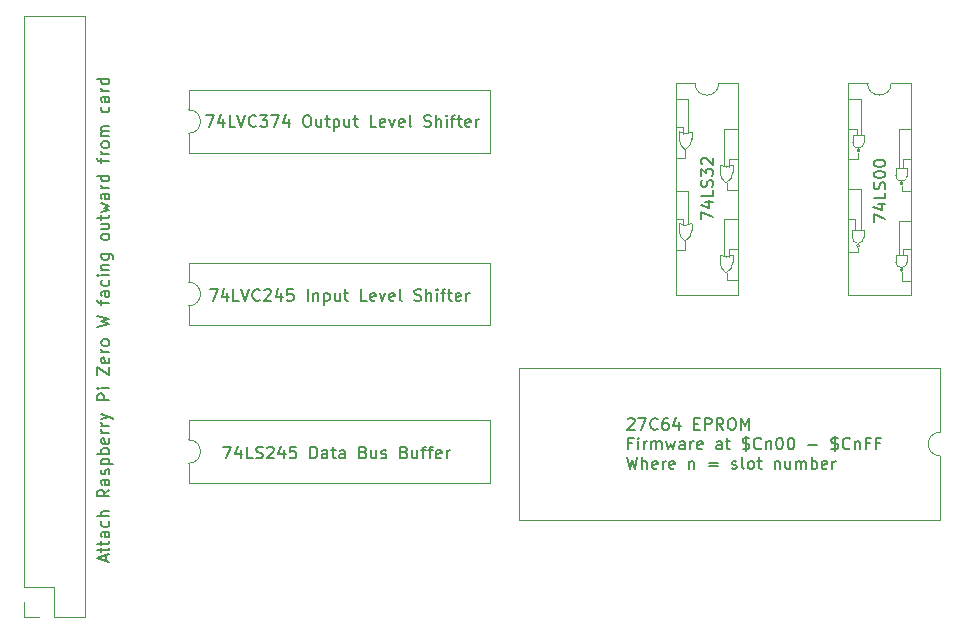
<source format=gbr>
G04 #@! TF.GenerationSoftware,KiCad,Pcbnew,(5.0.2)-1*
G04 #@! TF.CreationDate,2020-12-13T00:41:06-05:00*
G04 #@! TF.ProjectId,Apple2IORPi,4170706c-6532-4494-9f52-50692e6b6963,0.1*
G04 #@! TF.SameCoordinates,Original*
G04 #@! TF.FileFunction,Legend,Top*
G04 #@! TF.FilePolarity,Positive*
%FSLAX46Y46*%
G04 Gerber Fmt 4.6, Leading zero omitted, Abs format (unit mm)*
G04 Created by KiCad (PCBNEW (5.0.2)-1) date 2020-12-13 00:41:06*
%MOMM*%
%LPD*%
G01*
G04 APERTURE LIST*
%ADD10C,0.150000*%
%ADD11C,0.120000*%
G04 APERTURE END LIST*
D10*
X124596380Y-67397380D02*
X125263047Y-67397380D01*
X124834476Y-68397380D01*
X126072571Y-67730714D02*
X126072571Y-68397380D01*
X125834476Y-67349761D02*
X125596380Y-68064047D01*
X126215428Y-68064047D01*
X127072571Y-68397380D02*
X126596380Y-68397380D01*
X126596380Y-67397380D01*
X127263047Y-67397380D02*
X127596380Y-68397380D01*
X127929714Y-67397380D01*
X128834476Y-68302142D02*
X128786857Y-68349761D01*
X128644000Y-68397380D01*
X128548761Y-68397380D01*
X128405904Y-68349761D01*
X128310666Y-68254523D01*
X128263047Y-68159285D01*
X128215428Y-67968809D01*
X128215428Y-67825952D01*
X128263047Y-67635476D01*
X128310666Y-67540238D01*
X128405904Y-67445000D01*
X128548761Y-67397380D01*
X128644000Y-67397380D01*
X128786857Y-67445000D01*
X128834476Y-67492619D01*
X129167809Y-67397380D02*
X129786857Y-67397380D01*
X129453523Y-67778333D01*
X129596380Y-67778333D01*
X129691619Y-67825952D01*
X129739238Y-67873571D01*
X129786857Y-67968809D01*
X129786857Y-68206904D01*
X129739238Y-68302142D01*
X129691619Y-68349761D01*
X129596380Y-68397380D01*
X129310666Y-68397380D01*
X129215428Y-68349761D01*
X129167809Y-68302142D01*
X130120190Y-67397380D02*
X130786857Y-67397380D01*
X130358285Y-68397380D01*
X131596380Y-67730714D02*
X131596380Y-68397380D01*
X131358285Y-67349761D02*
X131120190Y-68064047D01*
X131739238Y-68064047D01*
X133072571Y-67397380D02*
X133263047Y-67397380D01*
X133358285Y-67445000D01*
X133453523Y-67540238D01*
X133501142Y-67730714D01*
X133501142Y-68064047D01*
X133453523Y-68254523D01*
X133358285Y-68349761D01*
X133263047Y-68397380D01*
X133072571Y-68397380D01*
X132977333Y-68349761D01*
X132882095Y-68254523D01*
X132834476Y-68064047D01*
X132834476Y-67730714D01*
X132882095Y-67540238D01*
X132977333Y-67445000D01*
X133072571Y-67397380D01*
X134358285Y-67730714D02*
X134358285Y-68397380D01*
X133929714Y-67730714D02*
X133929714Y-68254523D01*
X133977333Y-68349761D01*
X134072571Y-68397380D01*
X134215428Y-68397380D01*
X134310666Y-68349761D01*
X134358285Y-68302142D01*
X134691619Y-67730714D02*
X135072571Y-67730714D01*
X134834476Y-67397380D02*
X134834476Y-68254523D01*
X134882095Y-68349761D01*
X134977333Y-68397380D01*
X135072571Y-68397380D01*
X135405904Y-67730714D02*
X135405904Y-68730714D01*
X135405904Y-67778333D02*
X135501142Y-67730714D01*
X135691619Y-67730714D01*
X135786857Y-67778333D01*
X135834476Y-67825952D01*
X135882095Y-67921190D01*
X135882095Y-68206904D01*
X135834476Y-68302142D01*
X135786857Y-68349761D01*
X135691619Y-68397380D01*
X135501142Y-68397380D01*
X135405904Y-68349761D01*
X136739238Y-67730714D02*
X136739238Y-68397380D01*
X136310666Y-67730714D02*
X136310666Y-68254523D01*
X136358285Y-68349761D01*
X136453523Y-68397380D01*
X136596380Y-68397380D01*
X136691619Y-68349761D01*
X136739238Y-68302142D01*
X137072571Y-67730714D02*
X137453523Y-67730714D01*
X137215428Y-67397380D02*
X137215428Y-68254523D01*
X137263047Y-68349761D01*
X137358285Y-68397380D01*
X137453523Y-68397380D01*
X139024952Y-68397380D02*
X138548761Y-68397380D01*
X138548761Y-67397380D01*
X139739238Y-68349761D02*
X139644000Y-68397380D01*
X139453523Y-68397380D01*
X139358285Y-68349761D01*
X139310666Y-68254523D01*
X139310666Y-67873571D01*
X139358285Y-67778333D01*
X139453523Y-67730714D01*
X139644000Y-67730714D01*
X139739238Y-67778333D01*
X139786857Y-67873571D01*
X139786857Y-67968809D01*
X139310666Y-68064047D01*
X140120190Y-67730714D02*
X140358285Y-68397380D01*
X140596380Y-67730714D01*
X141358285Y-68349761D02*
X141263047Y-68397380D01*
X141072571Y-68397380D01*
X140977333Y-68349761D01*
X140929714Y-68254523D01*
X140929714Y-67873571D01*
X140977333Y-67778333D01*
X141072571Y-67730714D01*
X141263047Y-67730714D01*
X141358285Y-67778333D01*
X141405904Y-67873571D01*
X141405904Y-67968809D01*
X140929714Y-68064047D01*
X141977333Y-68397380D02*
X141882095Y-68349761D01*
X141834476Y-68254523D01*
X141834476Y-67397380D01*
X143072571Y-68349761D02*
X143215428Y-68397380D01*
X143453523Y-68397380D01*
X143548761Y-68349761D01*
X143596380Y-68302142D01*
X143644000Y-68206904D01*
X143644000Y-68111666D01*
X143596380Y-68016428D01*
X143548761Y-67968809D01*
X143453523Y-67921190D01*
X143263047Y-67873571D01*
X143167809Y-67825952D01*
X143120190Y-67778333D01*
X143072571Y-67683095D01*
X143072571Y-67587857D01*
X143120190Y-67492619D01*
X143167809Y-67445000D01*
X143263047Y-67397380D01*
X143501142Y-67397380D01*
X143644000Y-67445000D01*
X144072571Y-68397380D02*
X144072571Y-67397380D01*
X144501142Y-68397380D02*
X144501142Y-67873571D01*
X144453523Y-67778333D01*
X144358285Y-67730714D01*
X144215428Y-67730714D01*
X144120190Y-67778333D01*
X144072571Y-67825952D01*
X144977333Y-68397380D02*
X144977333Y-67730714D01*
X144977333Y-67397380D02*
X144929714Y-67445000D01*
X144977333Y-67492619D01*
X145024952Y-67445000D01*
X144977333Y-67397380D01*
X144977333Y-67492619D01*
X145310666Y-67730714D02*
X145691619Y-67730714D01*
X145453523Y-68397380D02*
X145453523Y-67540238D01*
X145501142Y-67445000D01*
X145596380Y-67397380D01*
X145691619Y-67397380D01*
X145882095Y-67730714D02*
X146263047Y-67730714D01*
X146024952Y-67397380D02*
X146024952Y-68254523D01*
X146072571Y-68349761D01*
X146167809Y-68397380D01*
X146263047Y-68397380D01*
X146977333Y-68349761D02*
X146882095Y-68397380D01*
X146691619Y-68397380D01*
X146596380Y-68349761D01*
X146548761Y-68254523D01*
X146548761Y-67873571D01*
X146596380Y-67778333D01*
X146691619Y-67730714D01*
X146882095Y-67730714D01*
X146977333Y-67778333D01*
X147024952Y-67873571D01*
X147024952Y-67968809D01*
X146548761Y-68064047D01*
X147453523Y-68397380D02*
X147453523Y-67730714D01*
X147453523Y-67921190D02*
X147501142Y-67825952D01*
X147548761Y-67778333D01*
X147644000Y-67730714D01*
X147739238Y-67730714D01*
X124913809Y-82129380D02*
X125580476Y-82129380D01*
X125151904Y-83129380D01*
X126389999Y-82462714D02*
X126389999Y-83129380D01*
X126151904Y-82081761D02*
X125913809Y-82796047D01*
X126532857Y-82796047D01*
X127389999Y-83129380D02*
X126913809Y-83129380D01*
X126913809Y-82129380D01*
X127580476Y-82129380D02*
X127913809Y-83129380D01*
X128247142Y-82129380D01*
X129151904Y-83034142D02*
X129104285Y-83081761D01*
X128961428Y-83129380D01*
X128866190Y-83129380D01*
X128723333Y-83081761D01*
X128628095Y-82986523D01*
X128580476Y-82891285D01*
X128532857Y-82700809D01*
X128532857Y-82557952D01*
X128580476Y-82367476D01*
X128628095Y-82272238D01*
X128723333Y-82177000D01*
X128866190Y-82129380D01*
X128961428Y-82129380D01*
X129104285Y-82177000D01*
X129151904Y-82224619D01*
X129532857Y-82224619D02*
X129580476Y-82177000D01*
X129675714Y-82129380D01*
X129913809Y-82129380D01*
X130009047Y-82177000D01*
X130056666Y-82224619D01*
X130104285Y-82319857D01*
X130104285Y-82415095D01*
X130056666Y-82557952D01*
X129485238Y-83129380D01*
X130104285Y-83129380D01*
X130961428Y-82462714D02*
X130961428Y-83129380D01*
X130723333Y-82081761D02*
X130485238Y-82796047D01*
X131104285Y-82796047D01*
X131961428Y-82129380D02*
X131485238Y-82129380D01*
X131437619Y-82605571D01*
X131485238Y-82557952D01*
X131580476Y-82510333D01*
X131818571Y-82510333D01*
X131913809Y-82557952D01*
X131961428Y-82605571D01*
X132009047Y-82700809D01*
X132009047Y-82938904D01*
X131961428Y-83034142D01*
X131913809Y-83081761D01*
X131818571Y-83129380D01*
X131580476Y-83129380D01*
X131485238Y-83081761D01*
X131437619Y-83034142D01*
X133199523Y-83129380D02*
X133199523Y-82129380D01*
X133675714Y-82462714D02*
X133675714Y-83129380D01*
X133675714Y-82557952D02*
X133723333Y-82510333D01*
X133818571Y-82462714D01*
X133961428Y-82462714D01*
X134056666Y-82510333D01*
X134104285Y-82605571D01*
X134104285Y-83129380D01*
X134580476Y-82462714D02*
X134580476Y-83462714D01*
X134580476Y-82510333D02*
X134675714Y-82462714D01*
X134866190Y-82462714D01*
X134961428Y-82510333D01*
X135009047Y-82557952D01*
X135056666Y-82653190D01*
X135056666Y-82938904D01*
X135009047Y-83034142D01*
X134961428Y-83081761D01*
X134866190Y-83129380D01*
X134675714Y-83129380D01*
X134580476Y-83081761D01*
X135913809Y-82462714D02*
X135913809Y-83129380D01*
X135485238Y-82462714D02*
X135485238Y-82986523D01*
X135532857Y-83081761D01*
X135628095Y-83129380D01*
X135770952Y-83129380D01*
X135866190Y-83081761D01*
X135913809Y-83034142D01*
X136247142Y-82462714D02*
X136628095Y-82462714D01*
X136390000Y-82129380D02*
X136390000Y-82986523D01*
X136437619Y-83081761D01*
X136532857Y-83129380D01*
X136628095Y-83129380D01*
X138199523Y-83129380D02*
X137723333Y-83129380D01*
X137723333Y-82129380D01*
X138913809Y-83081761D02*
X138818571Y-83129380D01*
X138628095Y-83129380D01*
X138532857Y-83081761D01*
X138485238Y-82986523D01*
X138485238Y-82605571D01*
X138532857Y-82510333D01*
X138628095Y-82462714D01*
X138818571Y-82462714D01*
X138913809Y-82510333D01*
X138961428Y-82605571D01*
X138961428Y-82700809D01*
X138485238Y-82796047D01*
X139294761Y-82462714D02*
X139532857Y-83129380D01*
X139770952Y-82462714D01*
X140532857Y-83081761D02*
X140437619Y-83129380D01*
X140247142Y-83129380D01*
X140151904Y-83081761D01*
X140104285Y-82986523D01*
X140104285Y-82605571D01*
X140151904Y-82510333D01*
X140247142Y-82462714D01*
X140437619Y-82462714D01*
X140532857Y-82510333D01*
X140580476Y-82605571D01*
X140580476Y-82700809D01*
X140104285Y-82796047D01*
X141151904Y-83129380D02*
X141056666Y-83081761D01*
X141009047Y-82986523D01*
X141009047Y-82129380D01*
X142247142Y-83081761D02*
X142390000Y-83129380D01*
X142628095Y-83129380D01*
X142723333Y-83081761D01*
X142770952Y-83034142D01*
X142818571Y-82938904D01*
X142818571Y-82843666D01*
X142770952Y-82748428D01*
X142723333Y-82700809D01*
X142628095Y-82653190D01*
X142437619Y-82605571D01*
X142342380Y-82557952D01*
X142294761Y-82510333D01*
X142247142Y-82415095D01*
X142247142Y-82319857D01*
X142294761Y-82224619D01*
X142342380Y-82177000D01*
X142437619Y-82129380D01*
X142675714Y-82129380D01*
X142818571Y-82177000D01*
X143247142Y-83129380D02*
X143247142Y-82129380D01*
X143675714Y-83129380D02*
X143675714Y-82605571D01*
X143628095Y-82510333D01*
X143532857Y-82462714D01*
X143390000Y-82462714D01*
X143294761Y-82510333D01*
X143247142Y-82557952D01*
X144151904Y-83129380D02*
X144151904Y-82462714D01*
X144151904Y-82129380D02*
X144104285Y-82177000D01*
X144151904Y-82224619D01*
X144199523Y-82177000D01*
X144151904Y-82129380D01*
X144151904Y-82224619D01*
X144485238Y-82462714D02*
X144866190Y-82462714D01*
X144628095Y-83129380D02*
X144628095Y-82272238D01*
X144675714Y-82177000D01*
X144770952Y-82129380D01*
X144866190Y-82129380D01*
X145056666Y-82462714D02*
X145437619Y-82462714D01*
X145199523Y-82129380D02*
X145199523Y-82986523D01*
X145247142Y-83081761D01*
X145342380Y-83129380D01*
X145437619Y-83129380D01*
X146151904Y-83081761D02*
X146056666Y-83129380D01*
X145866190Y-83129380D01*
X145770952Y-83081761D01*
X145723333Y-82986523D01*
X145723333Y-82605571D01*
X145770952Y-82510333D01*
X145866190Y-82462714D01*
X146056666Y-82462714D01*
X146151904Y-82510333D01*
X146199523Y-82605571D01*
X146199523Y-82700809D01*
X145723333Y-82796047D01*
X146628095Y-83129380D02*
X146628095Y-82462714D01*
X146628095Y-82653190D02*
X146675714Y-82557952D01*
X146723333Y-82510333D01*
X146818571Y-82462714D01*
X146913809Y-82462714D01*
X126064571Y-95464380D02*
X126731238Y-95464380D01*
X126302666Y-96464380D01*
X127540761Y-95797714D02*
X127540761Y-96464380D01*
X127302666Y-95416761D02*
X127064571Y-96131047D01*
X127683619Y-96131047D01*
X128540761Y-96464380D02*
X128064571Y-96464380D01*
X128064571Y-95464380D01*
X128826476Y-96416761D02*
X128969333Y-96464380D01*
X129207428Y-96464380D01*
X129302666Y-96416761D01*
X129350285Y-96369142D01*
X129397904Y-96273904D01*
X129397904Y-96178666D01*
X129350285Y-96083428D01*
X129302666Y-96035809D01*
X129207428Y-95988190D01*
X129016952Y-95940571D01*
X128921714Y-95892952D01*
X128874095Y-95845333D01*
X128826476Y-95750095D01*
X128826476Y-95654857D01*
X128874095Y-95559619D01*
X128921714Y-95512000D01*
X129016952Y-95464380D01*
X129255047Y-95464380D01*
X129397904Y-95512000D01*
X129778857Y-95559619D02*
X129826476Y-95512000D01*
X129921714Y-95464380D01*
X130159809Y-95464380D01*
X130255047Y-95512000D01*
X130302666Y-95559619D01*
X130350285Y-95654857D01*
X130350285Y-95750095D01*
X130302666Y-95892952D01*
X129731238Y-96464380D01*
X130350285Y-96464380D01*
X131207428Y-95797714D02*
X131207428Y-96464380D01*
X130969333Y-95416761D02*
X130731238Y-96131047D01*
X131350285Y-96131047D01*
X132207428Y-95464380D02*
X131731238Y-95464380D01*
X131683619Y-95940571D01*
X131731238Y-95892952D01*
X131826476Y-95845333D01*
X132064571Y-95845333D01*
X132159809Y-95892952D01*
X132207428Y-95940571D01*
X132255047Y-96035809D01*
X132255047Y-96273904D01*
X132207428Y-96369142D01*
X132159809Y-96416761D01*
X132064571Y-96464380D01*
X131826476Y-96464380D01*
X131731238Y-96416761D01*
X131683619Y-96369142D01*
X133445523Y-96464380D02*
X133445523Y-95464380D01*
X133683619Y-95464380D01*
X133826476Y-95512000D01*
X133921714Y-95607238D01*
X133969333Y-95702476D01*
X134016952Y-95892952D01*
X134016952Y-96035809D01*
X133969333Y-96226285D01*
X133921714Y-96321523D01*
X133826476Y-96416761D01*
X133683619Y-96464380D01*
X133445523Y-96464380D01*
X134874095Y-96464380D02*
X134874095Y-95940571D01*
X134826476Y-95845333D01*
X134731238Y-95797714D01*
X134540761Y-95797714D01*
X134445523Y-95845333D01*
X134874095Y-96416761D02*
X134778857Y-96464380D01*
X134540761Y-96464380D01*
X134445523Y-96416761D01*
X134397904Y-96321523D01*
X134397904Y-96226285D01*
X134445523Y-96131047D01*
X134540761Y-96083428D01*
X134778857Y-96083428D01*
X134874095Y-96035809D01*
X135207428Y-95797714D02*
X135588380Y-95797714D01*
X135350285Y-95464380D02*
X135350285Y-96321523D01*
X135397904Y-96416761D01*
X135493142Y-96464380D01*
X135588380Y-96464380D01*
X136350285Y-96464380D02*
X136350285Y-95940571D01*
X136302666Y-95845333D01*
X136207428Y-95797714D01*
X136016952Y-95797714D01*
X135921714Y-95845333D01*
X136350285Y-96416761D02*
X136255047Y-96464380D01*
X136016952Y-96464380D01*
X135921714Y-96416761D01*
X135874095Y-96321523D01*
X135874095Y-96226285D01*
X135921714Y-96131047D01*
X136016952Y-96083428D01*
X136255047Y-96083428D01*
X136350285Y-96035809D01*
X137921714Y-95940571D02*
X138064571Y-95988190D01*
X138112190Y-96035809D01*
X138159809Y-96131047D01*
X138159809Y-96273904D01*
X138112190Y-96369142D01*
X138064571Y-96416761D01*
X137969333Y-96464380D01*
X137588380Y-96464380D01*
X137588380Y-95464380D01*
X137921714Y-95464380D01*
X138016952Y-95512000D01*
X138064571Y-95559619D01*
X138112190Y-95654857D01*
X138112190Y-95750095D01*
X138064571Y-95845333D01*
X138016952Y-95892952D01*
X137921714Y-95940571D01*
X137588380Y-95940571D01*
X139016952Y-95797714D02*
X139016952Y-96464380D01*
X138588380Y-95797714D02*
X138588380Y-96321523D01*
X138636000Y-96416761D01*
X138731238Y-96464380D01*
X138874095Y-96464380D01*
X138969333Y-96416761D01*
X139016952Y-96369142D01*
X139445523Y-96416761D02*
X139540761Y-96464380D01*
X139731238Y-96464380D01*
X139826476Y-96416761D01*
X139874095Y-96321523D01*
X139874095Y-96273904D01*
X139826476Y-96178666D01*
X139731238Y-96131047D01*
X139588380Y-96131047D01*
X139493142Y-96083428D01*
X139445523Y-95988190D01*
X139445523Y-95940571D01*
X139493142Y-95845333D01*
X139588380Y-95797714D01*
X139731238Y-95797714D01*
X139826476Y-95845333D01*
X141397904Y-95940571D02*
X141540761Y-95988190D01*
X141588380Y-96035809D01*
X141636000Y-96131047D01*
X141636000Y-96273904D01*
X141588380Y-96369142D01*
X141540761Y-96416761D01*
X141445523Y-96464380D01*
X141064571Y-96464380D01*
X141064571Y-95464380D01*
X141397904Y-95464380D01*
X141493142Y-95512000D01*
X141540761Y-95559619D01*
X141588380Y-95654857D01*
X141588380Y-95750095D01*
X141540761Y-95845333D01*
X141493142Y-95892952D01*
X141397904Y-95940571D01*
X141064571Y-95940571D01*
X142493142Y-95797714D02*
X142493142Y-96464380D01*
X142064571Y-95797714D02*
X142064571Y-96321523D01*
X142112190Y-96416761D01*
X142207428Y-96464380D01*
X142350285Y-96464380D01*
X142445523Y-96416761D01*
X142493142Y-96369142D01*
X142826476Y-95797714D02*
X143207428Y-95797714D01*
X142969333Y-96464380D02*
X142969333Y-95607238D01*
X143016952Y-95512000D01*
X143112190Y-95464380D01*
X143207428Y-95464380D01*
X143397904Y-95797714D02*
X143778857Y-95797714D01*
X143540761Y-96464380D02*
X143540761Y-95607238D01*
X143588380Y-95512000D01*
X143683619Y-95464380D01*
X143778857Y-95464380D01*
X144493142Y-96416761D02*
X144397904Y-96464380D01*
X144207428Y-96464380D01*
X144112190Y-96416761D01*
X144064571Y-96321523D01*
X144064571Y-95940571D01*
X144112190Y-95845333D01*
X144207428Y-95797714D01*
X144397904Y-95797714D01*
X144493142Y-95845333D01*
X144540761Y-95940571D01*
X144540761Y-96035809D01*
X144064571Y-96131047D01*
X144969333Y-96464380D02*
X144969333Y-95797714D01*
X144969333Y-95988190D02*
X145016952Y-95892952D01*
X145064571Y-95845333D01*
X145159809Y-95797714D01*
X145255047Y-95797714D01*
X116117666Y-105161380D02*
X116117666Y-104685190D01*
X116403380Y-105256619D02*
X115403380Y-104923285D01*
X116403380Y-104589952D01*
X115736714Y-104399476D02*
X115736714Y-104018523D01*
X115403380Y-104256619D02*
X116260523Y-104256619D01*
X116355761Y-104209000D01*
X116403380Y-104113761D01*
X116403380Y-104018523D01*
X115736714Y-103828047D02*
X115736714Y-103447095D01*
X115403380Y-103685190D02*
X116260523Y-103685190D01*
X116355761Y-103637571D01*
X116403380Y-103542333D01*
X116403380Y-103447095D01*
X116403380Y-102685190D02*
X115879571Y-102685190D01*
X115784333Y-102732809D01*
X115736714Y-102828047D01*
X115736714Y-103018523D01*
X115784333Y-103113761D01*
X116355761Y-102685190D02*
X116403380Y-102780428D01*
X116403380Y-103018523D01*
X116355761Y-103113761D01*
X116260523Y-103161380D01*
X116165285Y-103161380D01*
X116070047Y-103113761D01*
X116022428Y-103018523D01*
X116022428Y-102780428D01*
X115974809Y-102685190D01*
X116355761Y-101780428D02*
X116403380Y-101875666D01*
X116403380Y-102066142D01*
X116355761Y-102161380D01*
X116308142Y-102209000D01*
X116212904Y-102256619D01*
X115927190Y-102256619D01*
X115831952Y-102209000D01*
X115784333Y-102161380D01*
X115736714Y-102066142D01*
X115736714Y-101875666D01*
X115784333Y-101780428D01*
X116403380Y-101351857D02*
X115403380Y-101351857D01*
X116403380Y-100923285D02*
X115879571Y-100923285D01*
X115784333Y-100970904D01*
X115736714Y-101066142D01*
X115736714Y-101209000D01*
X115784333Y-101304238D01*
X115831952Y-101351857D01*
X116403380Y-99113761D02*
X115927190Y-99447095D01*
X116403380Y-99685190D02*
X115403380Y-99685190D01*
X115403380Y-99304238D01*
X115451000Y-99209000D01*
X115498619Y-99161380D01*
X115593857Y-99113761D01*
X115736714Y-99113761D01*
X115831952Y-99161380D01*
X115879571Y-99209000D01*
X115927190Y-99304238D01*
X115927190Y-99685190D01*
X116403380Y-98256619D02*
X115879571Y-98256619D01*
X115784333Y-98304238D01*
X115736714Y-98399476D01*
X115736714Y-98589952D01*
X115784333Y-98685190D01*
X116355761Y-98256619D02*
X116403380Y-98351857D01*
X116403380Y-98589952D01*
X116355761Y-98685190D01*
X116260523Y-98732809D01*
X116165285Y-98732809D01*
X116070047Y-98685190D01*
X116022428Y-98589952D01*
X116022428Y-98351857D01*
X115974809Y-98256619D01*
X116355761Y-97828047D02*
X116403380Y-97732809D01*
X116403380Y-97542333D01*
X116355761Y-97447095D01*
X116260523Y-97399476D01*
X116212904Y-97399476D01*
X116117666Y-97447095D01*
X116070047Y-97542333D01*
X116070047Y-97685190D01*
X116022428Y-97780428D01*
X115927190Y-97828047D01*
X115879571Y-97828047D01*
X115784333Y-97780428D01*
X115736714Y-97685190D01*
X115736714Y-97542333D01*
X115784333Y-97447095D01*
X115736714Y-96970904D02*
X116736714Y-96970904D01*
X115784333Y-96970904D02*
X115736714Y-96875666D01*
X115736714Y-96685190D01*
X115784333Y-96589952D01*
X115831952Y-96542333D01*
X115927190Y-96494714D01*
X116212904Y-96494714D01*
X116308142Y-96542333D01*
X116355761Y-96589952D01*
X116403380Y-96685190D01*
X116403380Y-96875666D01*
X116355761Y-96970904D01*
X116403380Y-96066142D02*
X115403380Y-96066142D01*
X115784333Y-96066142D02*
X115736714Y-95970904D01*
X115736714Y-95780428D01*
X115784333Y-95685190D01*
X115831952Y-95637571D01*
X115927190Y-95589952D01*
X116212904Y-95589952D01*
X116308142Y-95637571D01*
X116355761Y-95685190D01*
X116403380Y-95780428D01*
X116403380Y-95970904D01*
X116355761Y-96066142D01*
X116355761Y-94780428D02*
X116403380Y-94875666D01*
X116403380Y-95066142D01*
X116355761Y-95161380D01*
X116260523Y-95209000D01*
X115879571Y-95209000D01*
X115784333Y-95161380D01*
X115736714Y-95066142D01*
X115736714Y-94875666D01*
X115784333Y-94780428D01*
X115879571Y-94732809D01*
X115974809Y-94732809D01*
X116070047Y-95209000D01*
X116403380Y-94304238D02*
X115736714Y-94304238D01*
X115927190Y-94304238D02*
X115831952Y-94256619D01*
X115784333Y-94209000D01*
X115736714Y-94113761D01*
X115736714Y-94018523D01*
X116403380Y-93685190D02*
X115736714Y-93685190D01*
X115927190Y-93685190D02*
X115831952Y-93637571D01*
X115784333Y-93589952D01*
X115736714Y-93494714D01*
X115736714Y-93399476D01*
X115736714Y-93161380D02*
X116403380Y-92923285D01*
X115736714Y-92685190D02*
X116403380Y-92923285D01*
X116641476Y-93018523D01*
X116689095Y-93066142D01*
X116736714Y-93161380D01*
X116403380Y-91542333D02*
X115403380Y-91542333D01*
X115403380Y-91161380D01*
X115451000Y-91066142D01*
X115498619Y-91018523D01*
X115593857Y-90970904D01*
X115736714Y-90970904D01*
X115831952Y-91018523D01*
X115879571Y-91066142D01*
X115927190Y-91161380D01*
X115927190Y-91542333D01*
X116403380Y-90542333D02*
X115736714Y-90542333D01*
X115403380Y-90542333D02*
X115451000Y-90589952D01*
X115498619Y-90542333D01*
X115451000Y-90494714D01*
X115403380Y-90542333D01*
X115498619Y-90542333D01*
X115403380Y-89399476D02*
X115403380Y-88732809D01*
X116403380Y-89399476D01*
X116403380Y-88732809D01*
X116355761Y-87970904D02*
X116403380Y-88066142D01*
X116403380Y-88256619D01*
X116355761Y-88351857D01*
X116260523Y-88399476D01*
X115879571Y-88399476D01*
X115784333Y-88351857D01*
X115736714Y-88256619D01*
X115736714Y-88066142D01*
X115784333Y-87970904D01*
X115879571Y-87923285D01*
X115974809Y-87923285D01*
X116070047Y-88399476D01*
X116403380Y-87494714D02*
X115736714Y-87494714D01*
X115927190Y-87494714D02*
X115831952Y-87447095D01*
X115784333Y-87399476D01*
X115736714Y-87304238D01*
X115736714Y-87209000D01*
X116403380Y-86732809D02*
X116355761Y-86828047D01*
X116308142Y-86875666D01*
X116212904Y-86923285D01*
X115927190Y-86923285D01*
X115831952Y-86875666D01*
X115784333Y-86828047D01*
X115736714Y-86732809D01*
X115736714Y-86589952D01*
X115784333Y-86494714D01*
X115831952Y-86447095D01*
X115927190Y-86399476D01*
X116212904Y-86399476D01*
X116308142Y-86447095D01*
X116355761Y-86494714D01*
X116403380Y-86589952D01*
X116403380Y-86732809D01*
X115403380Y-85304238D02*
X116403380Y-85066142D01*
X115689095Y-84875666D01*
X116403380Y-84685190D01*
X115403380Y-84447095D01*
X115736714Y-83447095D02*
X115736714Y-83066142D01*
X116403380Y-83304238D02*
X115546238Y-83304238D01*
X115451000Y-83256619D01*
X115403380Y-83161380D01*
X115403380Y-83066142D01*
X116403380Y-82304238D02*
X115879571Y-82304238D01*
X115784333Y-82351857D01*
X115736714Y-82447095D01*
X115736714Y-82637571D01*
X115784333Y-82732809D01*
X116355761Y-82304238D02*
X116403380Y-82399476D01*
X116403380Y-82637571D01*
X116355761Y-82732809D01*
X116260523Y-82780428D01*
X116165285Y-82780428D01*
X116070047Y-82732809D01*
X116022428Y-82637571D01*
X116022428Y-82399476D01*
X115974809Y-82304238D01*
X116355761Y-81399476D02*
X116403380Y-81494714D01*
X116403380Y-81685190D01*
X116355761Y-81780428D01*
X116308142Y-81828047D01*
X116212904Y-81875666D01*
X115927190Y-81875666D01*
X115831952Y-81828047D01*
X115784333Y-81780428D01*
X115736714Y-81685190D01*
X115736714Y-81494714D01*
X115784333Y-81399476D01*
X116403380Y-80970904D02*
X115736714Y-80970904D01*
X115403380Y-80970904D02*
X115451000Y-81018523D01*
X115498619Y-80970904D01*
X115451000Y-80923285D01*
X115403380Y-80970904D01*
X115498619Y-80970904D01*
X115736714Y-80494714D02*
X116403380Y-80494714D01*
X115831952Y-80494714D02*
X115784333Y-80447095D01*
X115736714Y-80351857D01*
X115736714Y-80209000D01*
X115784333Y-80113761D01*
X115879571Y-80066142D01*
X116403380Y-80066142D01*
X115736714Y-79161380D02*
X116546238Y-79161380D01*
X116641476Y-79209000D01*
X116689095Y-79256619D01*
X116736714Y-79351857D01*
X116736714Y-79494714D01*
X116689095Y-79589952D01*
X116355761Y-79161380D02*
X116403380Y-79256619D01*
X116403380Y-79447095D01*
X116355761Y-79542333D01*
X116308142Y-79589952D01*
X116212904Y-79637571D01*
X115927190Y-79637571D01*
X115831952Y-79589952D01*
X115784333Y-79542333D01*
X115736714Y-79447095D01*
X115736714Y-79256619D01*
X115784333Y-79161380D01*
X116403380Y-77780428D02*
X116355761Y-77875666D01*
X116308142Y-77923285D01*
X116212904Y-77970904D01*
X115927190Y-77970904D01*
X115831952Y-77923285D01*
X115784333Y-77875666D01*
X115736714Y-77780428D01*
X115736714Y-77637571D01*
X115784333Y-77542333D01*
X115831952Y-77494714D01*
X115927190Y-77447095D01*
X116212904Y-77447095D01*
X116308142Y-77494714D01*
X116355761Y-77542333D01*
X116403380Y-77637571D01*
X116403380Y-77780428D01*
X115736714Y-76589952D02*
X116403380Y-76589952D01*
X115736714Y-77018523D02*
X116260523Y-77018523D01*
X116355761Y-76970904D01*
X116403380Y-76875666D01*
X116403380Y-76732809D01*
X116355761Y-76637571D01*
X116308142Y-76589952D01*
X115736714Y-76256619D02*
X115736714Y-75875666D01*
X115403380Y-76113761D02*
X116260523Y-76113761D01*
X116355761Y-76066142D01*
X116403380Y-75970904D01*
X116403380Y-75875666D01*
X115736714Y-75637571D02*
X116403380Y-75447095D01*
X115927190Y-75256619D01*
X116403380Y-75066142D01*
X115736714Y-74875666D01*
X116403380Y-74066142D02*
X115879571Y-74066142D01*
X115784333Y-74113761D01*
X115736714Y-74209000D01*
X115736714Y-74399476D01*
X115784333Y-74494714D01*
X116355761Y-74066142D02*
X116403380Y-74161380D01*
X116403380Y-74399476D01*
X116355761Y-74494714D01*
X116260523Y-74542333D01*
X116165285Y-74542333D01*
X116070047Y-74494714D01*
X116022428Y-74399476D01*
X116022428Y-74161380D01*
X115974809Y-74066142D01*
X116403380Y-73589952D02*
X115736714Y-73589952D01*
X115927190Y-73589952D02*
X115831952Y-73542333D01*
X115784333Y-73494714D01*
X115736714Y-73399476D01*
X115736714Y-73304238D01*
X116403380Y-72542333D02*
X115403380Y-72542333D01*
X116355761Y-72542333D02*
X116403380Y-72637571D01*
X116403380Y-72828047D01*
X116355761Y-72923285D01*
X116308142Y-72970904D01*
X116212904Y-73018523D01*
X115927190Y-73018523D01*
X115831952Y-72970904D01*
X115784333Y-72923285D01*
X115736714Y-72828047D01*
X115736714Y-72637571D01*
X115784333Y-72542333D01*
X115736714Y-71447095D02*
X115736714Y-71066142D01*
X116403380Y-71304238D02*
X115546238Y-71304238D01*
X115451000Y-71256619D01*
X115403380Y-71161380D01*
X115403380Y-71066142D01*
X116403380Y-70732809D02*
X115736714Y-70732809D01*
X115927190Y-70732809D02*
X115831952Y-70685190D01*
X115784333Y-70637571D01*
X115736714Y-70542333D01*
X115736714Y-70447095D01*
X116403380Y-69970904D02*
X116355761Y-70066142D01*
X116308142Y-70113761D01*
X116212904Y-70161380D01*
X115927190Y-70161380D01*
X115831952Y-70113761D01*
X115784333Y-70066142D01*
X115736714Y-69970904D01*
X115736714Y-69828047D01*
X115784333Y-69732809D01*
X115831952Y-69685190D01*
X115927190Y-69637571D01*
X116212904Y-69637571D01*
X116308142Y-69685190D01*
X116355761Y-69732809D01*
X116403380Y-69828047D01*
X116403380Y-69970904D01*
X116403380Y-69209000D02*
X115736714Y-69209000D01*
X115831952Y-69209000D02*
X115784333Y-69161380D01*
X115736714Y-69066142D01*
X115736714Y-68923285D01*
X115784333Y-68828047D01*
X115879571Y-68780428D01*
X116403380Y-68780428D01*
X115879571Y-68780428D02*
X115784333Y-68732809D01*
X115736714Y-68637571D01*
X115736714Y-68494714D01*
X115784333Y-68399476D01*
X115879571Y-68351857D01*
X116403380Y-68351857D01*
X116355761Y-66685190D02*
X116403380Y-66780428D01*
X116403380Y-66970904D01*
X116355761Y-67066142D01*
X116308142Y-67113761D01*
X116212904Y-67161380D01*
X115927190Y-67161380D01*
X115831952Y-67113761D01*
X115784333Y-67066142D01*
X115736714Y-66970904D01*
X115736714Y-66780428D01*
X115784333Y-66685190D01*
X116403380Y-65828047D02*
X115879571Y-65828047D01*
X115784333Y-65875666D01*
X115736714Y-65970904D01*
X115736714Y-66161380D01*
X115784333Y-66256619D01*
X116355761Y-65828047D02*
X116403380Y-65923285D01*
X116403380Y-66161380D01*
X116355761Y-66256619D01*
X116260523Y-66304238D01*
X116165285Y-66304238D01*
X116070047Y-66256619D01*
X116022428Y-66161380D01*
X116022428Y-65923285D01*
X115974809Y-65828047D01*
X116403380Y-65351857D02*
X115736714Y-65351857D01*
X115927190Y-65351857D02*
X115831952Y-65304238D01*
X115784333Y-65256619D01*
X115736714Y-65161380D01*
X115736714Y-65066142D01*
X116403380Y-64304238D02*
X115403380Y-64304238D01*
X116355761Y-64304238D02*
X116403380Y-64399476D01*
X116403380Y-64589952D01*
X116355761Y-64685190D01*
X116308142Y-64732809D01*
X116212904Y-64780428D01*
X115927190Y-64780428D01*
X115831952Y-64732809D01*
X115784333Y-64685190D01*
X115736714Y-64589952D01*
X115736714Y-64399476D01*
X115784333Y-64304238D01*
X160307976Y-93147619D02*
X160355595Y-93100000D01*
X160450833Y-93052380D01*
X160688928Y-93052380D01*
X160784166Y-93100000D01*
X160831785Y-93147619D01*
X160879404Y-93242857D01*
X160879404Y-93338095D01*
X160831785Y-93480952D01*
X160260357Y-94052380D01*
X160879404Y-94052380D01*
X161212738Y-93052380D02*
X161879404Y-93052380D01*
X161450833Y-94052380D01*
X162831785Y-93957142D02*
X162784166Y-94004761D01*
X162641309Y-94052380D01*
X162546071Y-94052380D01*
X162403214Y-94004761D01*
X162307976Y-93909523D01*
X162260357Y-93814285D01*
X162212738Y-93623809D01*
X162212738Y-93480952D01*
X162260357Y-93290476D01*
X162307976Y-93195238D01*
X162403214Y-93100000D01*
X162546071Y-93052380D01*
X162641309Y-93052380D01*
X162784166Y-93100000D01*
X162831785Y-93147619D01*
X163688928Y-93052380D02*
X163498452Y-93052380D01*
X163403214Y-93100000D01*
X163355595Y-93147619D01*
X163260357Y-93290476D01*
X163212738Y-93480952D01*
X163212738Y-93861904D01*
X163260357Y-93957142D01*
X163307976Y-94004761D01*
X163403214Y-94052380D01*
X163593690Y-94052380D01*
X163688928Y-94004761D01*
X163736547Y-93957142D01*
X163784166Y-93861904D01*
X163784166Y-93623809D01*
X163736547Y-93528571D01*
X163688928Y-93480952D01*
X163593690Y-93433333D01*
X163403214Y-93433333D01*
X163307976Y-93480952D01*
X163260357Y-93528571D01*
X163212738Y-93623809D01*
X164641309Y-93385714D02*
X164641309Y-94052380D01*
X164403214Y-93004761D02*
X164165119Y-93719047D01*
X164784166Y-93719047D01*
X165927023Y-93528571D02*
X166260357Y-93528571D01*
X166403214Y-94052380D02*
X165927023Y-94052380D01*
X165927023Y-93052380D01*
X166403214Y-93052380D01*
X166831785Y-94052380D02*
X166831785Y-93052380D01*
X167212738Y-93052380D01*
X167307976Y-93100000D01*
X167355595Y-93147619D01*
X167403214Y-93242857D01*
X167403214Y-93385714D01*
X167355595Y-93480952D01*
X167307976Y-93528571D01*
X167212738Y-93576190D01*
X166831785Y-93576190D01*
X168403214Y-94052380D02*
X168069880Y-93576190D01*
X167831785Y-94052380D02*
X167831785Y-93052380D01*
X168212738Y-93052380D01*
X168307976Y-93100000D01*
X168355595Y-93147619D01*
X168403214Y-93242857D01*
X168403214Y-93385714D01*
X168355595Y-93480952D01*
X168307976Y-93528571D01*
X168212738Y-93576190D01*
X167831785Y-93576190D01*
X169022261Y-93052380D02*
X169212738Y-93052380D01*
X169307976Y-93100000D01*
X169403214Y-93195238D01*
X169450833Y-93385714D01*
X169450833Y-93719047D01*
X169403214Y-93909523D01*
X169307976Y-94004761D01*
X169212738Y-94052380D01*
X169022261Y-94052380D01*
X168927023Y-94004761D01*
X168831785Y-93909523D01*
X168784166Y-93719047D01*
X168784166Y-93385714D01*
X168831785Y-93195238D01*
X168927023Y-93100000D01*
X169022261Y-93052380D01*
X169879404Y-94052380D02*
X169879404Y-93052380D01*
X170212738Y-93766666D01*
X170546071Y-93052380D01*
X170546071Y-94052380D01*
X160688928Y-95178571D02*
X160355595Y-95178571D01*
X160355595Y-95702380D02*
X160355595Y-94702380D01*
X160831785Y-94702380D01*
X161212738Y-95702380D02*
X161212738Y-95035714D01*
X161212738Y-94702380D02*
X161165119Y-94750000D01*
X161212738Y-94797619D01*
X161260357Y-94750000D01*
X161212738Y-94702380D01*
X161212738Y-94797619D01*
X161688928Y-95702380D02*
X161688928Y-95035714D01*
X161688928Y-95226190D02*
X161736547Y-95130952D01*
X161784166Y-95083333D01*
X161879404Y-95035714D01*
X161974642Y-95035714D01*
X162307976Y-95702380D02*
X162307976Y-95035714D01*
X162307976Y-95130952D02*
X162355595Y-95083333D01*
X162450833Y-95035714D01*
X162593690Y-95035714D01*
X162688928Y-95083333D01*
X162736547Y-95178571D01*
X162736547Y-95702380D01*
X162736547Y-95178571D02*
X162784166Y-95083333D01*
X162879404Y-95035714D01*
X163022261Y-95035714D01*
X163117500Y-95083333D01*
X163165119Y-95178571D01*
X163165119Y-95702380D01*
X163546071Y-95035714D02*
X163736547Y-95702380D01*
X163927023Y-95226190D01*
X164117500Y-95702380D01*
X164307976Y-95035714D01*
X165117500Y-95702380D02*
X165117500Y-95178571D01*
X165069880Y-95083333D01*
X164974642Y-95035714D01*
X164784166Y-95035714D01*
X164688928Y-95083333D01*
X165117500Y-95654761D02*
X165022261Y-95702380D01*
X164784166Y-95702380D01*
X164688928Y-95654761D01*
X164641309Y-95559523D01*
X164641309Y-95464285D01*
X164688928Y-95369047D01*
X164784166Y-95321428D01*
X165022261Y-95321428D01*
X165117500Y-95273809D01*
X165593690Y-95702380D02*
X165593690Y-95035714D01*
X165593690Y-95226190D02*
X165641309Y-95130952D01*
X165688928Y-95083333D01*
X165784166Y-95035714D01*
X165879404Y-95035714D01*
X166593690Y-95654761D02*
X166498452Y-95702380D01*
X166307976Y-95702380D01*
X166212738Y-95654761D01*
X166165119Y-95559523D01*
X166165119Y-95178571D01*
X166212738Y-95083333D01*
X166307976Y-95035714D01*
X166498452Y-95035714D01*
X166593690Y-95083333D01*
X166641309Y-95178571D01*
X166641309Y-95273809D01*
X166165119Y-95369047D01*
X168260357Y-95702380D02*
X168260357Y-95178571D01*
X168212738Y-95083333D01*
X168117500Y-95035714D01*
X167927023Y-95035714D01*
X167831785Y-95083333D01*
X168260357Y-95654761D02*
X168165119Y-95702380D01*
X167927023Y-95702380D01*
X167831785Y-95654761D01*
X167784166Y-95559523D01*
X167784166Y-95464285D01*
X167831785Y-95369047D01*
X167927023Y-95321428D01*
X168165119Y-95321428D01*
X168260357Y-95273809D01*
X168593690Y-95035714D02*
X168974642Y-95035714D01*
X168736547Y-94702380D02*
X168736547Y-95559523D01*
X168784166Y-95654761D01*
X168879404Y-95702380D01*
X168974642Y-95702380D01*
X170022261Y-95654761D02*
X170165119Y-95702380D01*
X170403214Y-95702380D01*
X170498452Y-95654761D01*
X170546071Y-95607142D01*
X170593690Y-95511904D01*
X170593690Y-95416666D01*
X170546071Y-95321428D01*
X170498452Y-95273809D01*
X170403214Y-95226190D01*
X170212738Y-95178571D01*
X170117500Y-95130952D01*
X170069880Y-95083333D01*
X170022261Y-94988095D01*
X170022261Y-94892857D01*
X170069880Y-94797619D01*
X170117500Y-94750000D01*
X170212738Y-94702380D01*
X170450833Y-94702380D01*
X170593690Y-94750000D01*
X170307976Y-94559523D02*
X170307976Y-95845238D01*
X171593690Y-95607142D02*
X171546071Y-95654761D01*
X171403214Y-95702380D01*
X171307976Y-95702380D01*
X171165119Y-95654761D01*
X171069880Y-95559523D01*
X171022261Y-95464285D01*
X170974642Y-95273809D01*
X170974642Y-95130952D01*
X171022261Y-94940476D01*
X171069880Y-94845238D01*
X171165119Y-94750000D01*
X171307976Y-94702380D01*
X171403214Y-94702380D01*
X171546071Y-94750000D01*
X171593690Y-94797619D01*
X172022261Y-95035714D02*
X172022261Y-95702380D01*
X172022261Y-95130952D02*
X172069880Y-95083333D01*
X172165119Y-95035714D01*
X172307976Y-95035714D01*
X172403214Y-95083333D01*
X172450833Y-95178571D01*
X172450833Y-95702380D01*
X173117500Y-94702380D02*
X173212738Y-94702380D01*
X173307976Y-94750000D01*
X173355595Y-94797619D01*
X173403214Y-94892857D01*
X173450833Y-95083333D01*
X173450833Y-95321428D01*
X173403214Y-95511904D01*
X173355595Y-95607142D01*
X173307976Y-95654761D01*
X173212738Y-95702380D01*
X173117500Y-95702380D01*
X173022261Y-95654761D01*
X172974642Y-95607142D01*
X172927023Y-95511904D01*
X172879404Y-95321428D01*
X172879404Y-95083333D01*
X172927023Y-94892857D01*
X172974642Y-94797619D01*
X173022261Y-94750000D01*
X173117500Y-94702380D01*
X174069880Y-94702380D02*
X174165119Y-94702380D01*
X174260357Y-94750000D01*
X174307976Y-94797619D01*
X174355595Y-94892857D01*
X174403214Y-95083333D01*
X174403214Y-95321428D01*
X174355595Y-95511904D01*
X174307976Y-95607142D01*
X174260357Y-95654761D01*
X174165119Y-95702380D01*
X174069880Y-95702380D01*
X173974642Y-95654761D01*
X173927023Y-95607142D01*
X173879404Y-95511904D01*
X173831785Y-95321428D01*
X173831785Y-95083333D01*
X173879404Y-94892857D01*
X173927023Y-94797619D01*
X173974642Y-94750000D01*
X174069880Y-94702380D01*
X175593690Y-95321428D02*
X176355595Y-95321428D01*
X177546071Y-95654761D02*
X177688928Y-95702380D01*
X177927023Y-95702380D01*
X178022261Y-95654761D01*
X178069880Y-95607142D01*
X178117500Y-95511904D01*
X178117500Y-95416666D01*
X178069880Y-95321428D01*
X178022261Y-95273809D01*
X177927023Y-95226190D01*
X177736547Y-95178571D01*
X177641309Y-95130952D01*
X177593690Y-95083333D01*
X177546071Y-94988095D01*
X177546071Y-94892857D01*
X177593690Y-94797619D01*
X177641309Y-94750000D01*
X177736547Y-94702380D01*
X177974642Y-94702380D01*
X178117500Y-94750000D01*
X177831785Y-94559523D02*
X177831785Y-95845238D01*
X179117500Y-95607142D02*
X179069880Y-95654761D01*
X178927023Y-95702380D01*
X178831785Y-95702380D01*
X178688928Y-95654761D01*
X178593690Y-95559523D01*
X178546071Y-95464285D01*
X178498452Y-95273809D01*
X178498452Y-95130952D01*
X178546071Y-94940476D01*
X178593690Y-94845238D01*
X178688928Y-94750000D01*
X178831785Y-94702380D01*
X178927023Y-94702380D01*
X179069880Y-94750000D01*
X179117500Y-94797619D01*
X179546071Y-95035714D02*
X179546071Y-95702380D01*
X179546071Y-95130952D02*
X179593690Y-95083333D01*
X179688928Y-95035714D01*
X179831785Y-95035714D01*
X179927023Y-95083333D01*
X179974642Y-95178571D01*
X179974642Y-95702380D01*
X180784166Y-95178571D02*
X180450833Y-95178571D01*
X180450833Y-95702380D02*
X180450833Y-94702380D01*
X180927023Y-94702380D01*
X181641309Y-95178571D02*
X181307976Y-95178571D01*
X181307976Y-95702380D02*
X181307976Y-94702380D01*
X181784166Y-94702380D01*
X160260357Y-96352380D02*
X160498452Y-97352380D01*
X160688928Y-96638095D01*
X160879404Y-97352380D01*
X161117500Y-96352380D01*
X161498452Y-97352380D02*
X161498452Y-96352380D01*
X161927023Y-97352380D02*
X161927023Y-96828571D01*
X161879404Y-96733333D01*
X161784166Y-96685714D01*
X161641309Y-96685714D01*
X161546071Y-96733333D01*
X161498452Y-96780952D01*
X162784166Y-97304761D02*
X162688928Y-97352380D01*
X162498452Y-97352380D01*
X162403214Y-97304761D01*
X162355595Y-97209523D01*
X162355595Y-96828571D01*
X162403214Y-96733333D01*
X162498452Y-96685714D01*
X162688928Y-96685714D01*
X162784166Y-96733333D01*
X162831785Y-96828571D01*
X162831785Y-96923809D01*
X162355595Y-97019047D01*
X163260357Y-97352380D02*
X163260357Y-96685714D01*
X163260357Y-96876190D02*
X163307976Y-96780952D01*
X163355595Y-96733333D01*
X163450833Y-96685714D01*
X163546071Y-96685714D01*
X164260357Y-97304761D02*
X164165119Y-97352380D01*
X163974642Y-97352380D01*
X163879404Y-97304761D01*
X163831785Y-97209523D01*
X163831785Y-96828571D01*
X163879404Y-96733333D01*
X163974642Y-96685714D01*
X164165119Y-96685714D01*
X164260357Y-96733333D01*
X164307976Y-96828571D01*
X164307976Y-96923809D01*
X163831785Y-97019047D01*
X165498452Y-96685714D02*
X165498452Y-97352380D01*
X165498452Y-96780952D02*
X165546071Y-96733333D01*
X165641309Y-96685714D01*
X165784166Y-96685714D01*
X165879404Y-96733333D01*
X165927023Y-96828571D01*
X165927023Y-97352380D01*
X167165119Y-96828571D02*
X167927023Y-96828571D01*
X167927023Y-97114285D02*
X167165119Y-97114285D01*
X169117500Y-97304761D02*
X169212738Y-97352380D01*
X169403214Y-97352380D01*
X169498452Y-97304761D01*
X169546071Y-97209523D01*
X169546071Y-97161904D01*
X169498452Y-97066666D01*
X169403214Y-97019047D01*
X169260357Y-97019047D01*
X169165119Y-96971428D01*
X169117500Y-96876190D01*
X169117500Y-96828571D01*
X169165119Y-96733333D01*
X169260357Y-96685714D01*
X169403214Y-96685714D01*
X169498452Y-96733333D01*
X170117500Y-97352380D02*
X170022261Y-97304761D01*
X169974642Y-97209523D01*
X169974642Y-96352380D01*
X170641309Y-97352380D02*
X170546071Y-97304761D01*
X170498452Y-97257142D01*
X170450833Y-97161904D01*
X170450833Y-96876190D01*
X170498452Y-96780952D01*
X170546071Y-96733333D01*
X170641309Y-96685714D01*
X170784166Y-96685714D01*
X170879404Y-96733333D01*
X170927023Y-96780952D01*
X170974642Y-96876190D01*
X170974642Y-97161904D01*
X170927023Y-97257142D01*
X170879404Y-97304761D01*
X170784166Y-97352380D01*
X170641309Y-97352380D01*
X171260357Y-96685714D02*
X171641309Y-96685714D01*
X171403214Y-96352380D02*
X171403214Y-97209523D01*
X171450833Y-97304761D01*
X171546071Y-97352380D01*
X171641309Y-97352380D01*
X172736547Y-96685714D02*
X172736547Y-97352380D01*
X172736547Y-96780952D02*
X172784166Y-96733333D01*
X172879404Y-96685714D01*
X173022261Y-96685714D01*
X173117500Y-96733333D01*
X173165119Y-96828571D01*
X173165119Y-97352380D01*
X174069880Y-96685714D02*
X174069880Y-97352380D01*
X173641309Y-96685714D02*
X173641309Y-97209523D01*
X173688928Y-97304761D01*
X173784166Y-97352380D01*
X173927023Y-97352380D01*
X174022261Y-97304761D01*
X174069880Y-97257142D01*
X174546071Y-97352380D02*
X174546071Y-96685714D01*
X174546071Y-96780952D02*
X174593690Y-96733333D01*
X174688928Y-96685714D01*
X174831785Y-96685714D01*
X174927023Y-96733333D01*
X174974642Y-96828571D01*
X174974642Y-97352380D01*
X174974642Y-96828571D02*
X175022261Y-96733333D01*
X175117500Y-96685714D01*
X175260357Y-96685714D01*
X175355595Y-96733333D01*
X175403214Y-96828571D01*
X175403214Y-97352380D01*
X175879404Y-97352380D02*
X175879404Y-96352380D01*
X175879404Y-96733333D02*
X175974642Y-96685714D01*
X176165119Y-96685714D01*
X176260357Y-96733333D01*
X176307976Y-96780952D01*
X176355595Y-96876190D01*
X176355595Y-97161904D01*
X176307976Y-97257142D01*
X176260357Y-97304761D01*
X176165119Y-97352380D01*
X175974642Y-97352380D01*
X175879404Y-97304761D01*
X177165119Y-97304761D02*
X177069880Y-97352380D01*
X176879404Y-97352380D01*
X176784166Y-97304761D01*
X176736547Y-97209523D01*
X176736547Y-96828571D01*
X176784166Y-96733333D01*
X176879404Y-96685714D01*
X177069880Y-96685714D01*
X177165119Y-96733333D01*
X177212738Y-96828571D01*
X177212738Y-96923809D01*
X176736547Y-97019047D01*
X177641309Y-97352380D02*
X177641309Y-96685714D01*
X177641309Y-96876190D02*
X177688928Y-96780952D01*
X177736547Y-96733333D01*
X177831785Y-96685714D01*
X177927023Y-96685714D01*
D11*
G04 #@! TO.C,U3*
X168005000Y-64710000D02*
G75*
G02X166005000Y-64710000I-1000000J0D01*
G01*
X166005000Y-64710000D02*
X164355000Y-64710000D01*
X164355000Y-64710000D02*
X164355000Y-82610000D01*
X164355000Y-82610000D02*
X169655000Y-82610000D01*
X169655000Y-82610000D02*
X169655000Y-64710000D01*
X169655000Y-64710000D02*
X168005000Y-64710000D01*
X165727989Y-68826793D02*
G75*
G02X164645001Y-68814999I-532989J786793D01*
G01*
X164645000Y-68815000D02*
X164645000Y-69390000D01*
X165745000Y-69390000D02*
X165745000Y-68840000D01*
X165164272Y-70324214D02*
G75*
G02X164645000Y-69390000I580728J934214D01*
G01*
X165145000Y-70340000D02*
G75*
G03X165743537Y-69360952I-501463J979048D01*
G01*
X169202989Y-71651793D02*
G75*
G02X168120001Y-71639999I-532989J786793D01*
G01*
X168639272Y-73149214D02*
G75*
G02X168120000Y-72215000I580728J934214D01*
G01*
X168620000Y-73165000D02*
G75*
G03X169218537Y-72185952I-501463J979048D01*
G01*
X169220000Y-72215000D02*
X169220000Y-71665000D01*
X168120000Y-71640000D02*
X168120000Y-72215000D01*
X164370000Y-68415000D02*
X164945000Y-68415000D01*
X164945000Y-68415000D02*
X164945000Y-68965000D01*
X165420000Y-68915000D02*
X165420000Y-66040000D01*
X165420000Y-66040000D02*
X164370000Y-66040000D01*
X165145000Y-70315000D02*
X165145000Y-71065000D01*
X165145000Y-71065000D02*
X164370000Y-71065000D01*
X168670000Y-73190000D02*
X168670000Y-73715000D01*
X168670000Y-73715000D02*
X169620000Y-73715000D01*
X169645000Y-71140000D02*
X168920000Y-71140000D01*
X168920000Y-71140000D02*
X168920000Y-71790000D01*
X169645000Y-68590000D02*
X168445000Y-68590000D01*
X168445000Y-68590000D02*
X168445000Y-71740000D01*
X165145000Y-78812000D02*
X164370000Y-78812000D01*
X165145000Y-78062000D02*
X165145000Y-78812000D01*
X165420000Y-73787000D02*
X164370000Y-73787000D01*
X165420000Y-76662000D02*
X165420000Y-73787000D01*
X164945000Y-76162000D02*
X164945000Y-76712000D01*
X164370000Y-76162000D02*
X164945000Y-76162000D01*
X165145000Y-78087000D02*
G75*
G03X165743537Y-77107952I-501463J979048D01*
G01*
X165164272Y-78071214D02*
G75*
G02X164645000Y-77137000I580728J934214D01*
G01*
X165745000Y-77137000D02*
X165745000Y-76587000D01*
X164645000Y-76562000D02*
X164645000Y-77137000D01*
X165727989Y-76573793D02*
G75*
G02X164645001Y-76561999I-532989J786793D01*
G01*
X169202989Y-79271793D02*
G75*
G02X168120001Y-79259999I-532989J786793D01*
G01*
X168120000Y-79260000D02*
X168120000Y-79835000D01*
X169220000Y-79835000D02*
X169220000Y-79285000D01*
X168620000Y-80785000D02*
G75*
G03X169218537Y-79805952I-501463J979048D01*
G01*
X169645000Y-76210000D02*
X168445000Y-76210000D01*
X168920000Y-78760000D02*
X168920000Y-79410000D01*
X169645000Y-78760000D02*
X168920000Y-78760000D01*
X168670000Y-81335000D02*
X169620000Y-81335000D01*
X168670000Y-80810000D02*
X168670000Y-81335000D01*
X168445000Y-76210000D02*
X168445000Y-79360000D01*
X168639272Y-80769214D02*
G75*
G02X168120000Y-79835000I580728J934214D01*
G01*
G04 #@! TO.C,U2*
X184260000Y-64710000D02*
X182610000Y-64710000D01*
X184260000Y-82610000D02*
X184260000Y-64710000D01*
X178960000Y-82610000D02*
X184260000Y-82610000D01*
X178960000Y-64710000D02*
X178960000Y-82610000D01*
X180610000Y-64710000D02*
X178960000Y-64710000D01*
X182610000Y-64710000D02*
G75*
G02X180610000Y-64710000I-1000000J0D01*
G01*
X179351940Y-69108320D02*
X180304440Y-69108320D01*
X179349400Y-69121020D02*
X179349400Y-69707760D01*
X180319104Y-69699363D02*
G75*
G02X179349400Y-69723000I-484564J-23637D01*
G01*
X179912489Y-70277037D02*
G75*
G02X179862479Y-70261481I-65249J-121603D01*
G01*
X180324760Y-69715380D02*
X180324760Y-69113400D01*
X180283544Y-77743543D02*
G75*
G02X179313840Y-77767180I-484564J-23637D01*
G01*
X179876929Y-78321217D02*
G75*
G02X179826919Y-78305661I-65249J-121603D01*
G01*
X179316380Y-77152500D02*
X180268880Y-77152500D01*
X180289200Y-77759560D02*
X180289200Y-77157580D01*
X179313840Y-77165200D02*
X179313840Y-77751940D01*
X183961464Y-72506063D02*
G75*
G02X182991760Y-72529700I-484564J-23637D01*
G01*
X183554849Y-73083737D02*
G75*
G02X183504839Y-73068181I-65249J-121603D01*
G01*
X182994300Y-71915020D02*
X183946800Y-71915020D01*
X183967120Y-72522080D02*
X183967120Y-71920100D01*
X182991760Y-71927720D02*
X182991760Y-72514460D01*
X183961464Y-79816183D02*
G75*
G02X182991760Y-79839820I-484564J-23637D01*
G01*
X183554849Y-80393857D02*
G75*
G02X183504839Y-80378301I-65249J-121603D01*
G01*
X182994300Y-79225140D02*
X183946800Y-79225140D01*
X183967120Y-79832200D02*
X183967120Y-79230220D01*
X182991760Y-79237840D02*
X182991760Y-79824580D01*
X178943000Y-66040000D02*
X180086000Y-66040000D01*
X180086000Y-66040000D02*
X180086000Y-69088000D01*
X178943000Y-68580000D02*
X179705000Y-68580000D01*
X179705000Y-68580000D02*
X179705000Y-69088000D01*
X178943000Y-71120000D02*
X179832000Y-71120000D01*
X179832000Y-71120000D02*
X179832000Y-70612000D01*
X180086000Y-77089000D02*
X180086000Y-73660000D01*
X180086000Y-73660000D02*
X178943000Y-73660000D01*
X179578000Y-77089000D02*
X179578000Y-76200000D01*
X179578000Y-76200000D02*
X178943000Y-76200000D01*
X179832000Y-78613000D02*
X179832000Y-78994000D01*
X179832000Y-78994000D02*
X178943000Y-78994000D01*
X183261000Y-71882000D02*
X183261000Y-68580000D01*
X183261000Y-68580000D02*
X184277000Y-68580000D01*
X183642000Y-71882000D02*
X183642000Y-71120000D01*
X183642000Y-71120000D02*
X184277000Y-71120000D01*
X184277000Y-73787000D02*
X183515000Y-73787000D01*
X183515000Y-73787000D02*
X183515000Y-73406000D01*
X183261000Y-79121000D02*
X183261000Y-76327000D01*
X183261000Y-76327000D02*
X184277000Y-76327000D01*
X183642000Y-79121000D02*
X183642000Y-78740000D01*
X183642000Y-78740000D02*
X184277000Y-78740000D01*
X184277000Y-81407000D02*
X183515000Y-81407000D01*
X183515000Y-81407000D02*
X183515000Y-80645000D01*
G04 #@! TO.C,J1*
X114360000Y-109915000D02*
X111760000Y-109915000D01*
X114360000Y-109915000D02*
X114360000Y-58995000D01*
X114360000Y-58995000D02*
X109160000Y-58995000D01*
X109160000Y-107315000D02*
X109160000Y-58995000D01*
X111760000Y-107315000D02*
X109160000Y-107315000D01*
X111760000Y-109915000D02*
X111760000Y-107315000D01*
X109160000Y-109915000D02*
X109160000Y-108585000D01*
X110490000Y-109915000D02*
X109160000Y-109915000D01*
G04 #@! TO.C,U0*
X123130000Y-94885000D02*
G75*
G02X123130000Y-96885000I0J-1000000D01*
G01*
X123130000Y-96885000D02*
X123130000Y-98535000D01*
X123130000Y-98535000D02*
X148650000Y-98535000D01*
X148650000Y-98535000D02*
X148650000Y-93235000D01*
X148650000Y-93235000D02*
X123130000Y-93235000D01*
X123130000Y-93235000D02*
X123130000Y-94885000D01*
G04 #@! TO.C,U1*
X186750000Y-96250000D02*
G75*
G02X186750000Y-94250000I0J1000000D01*
G01*
X186750000Y-94250000D02*
X186750000Y-88790000D01*
X186750000Y-88790000D02*
X151070000Y-88790000D01*
X151070000Y-88790000D02*
X151070000Y-101710000D01*
X151070000Y-101710000D02*
X186750000Y-101710000D01*
X186750000Y-101710000D02*
X186750000Y-96250000D01*
G04 #@! TO.C,U4*
X123130000Y-79900000D02*
X123130000Y-81550000D01*
X148650000Y-79900000D02*
X123130000Y-79900000D01*
X148650000Y-85200000D02*
X148650000Y-79900000D01*
X123130000Y-85200000D02*
X148650000Y-85200000D01*
X123130000Y-83550000D02*
X123130000Y-85200000D01*
X123130000Y-81550000D02*
G75*
G02X123130000Y-83550000I0J-1000000D01*
G01*
G04 #@! TO.C,U5*
X123130000Y-66945000D02*
G75*
G02X123130000Y-68945000I0J-1000000D01*
G01*
X123130000Y-68945000D02*
X123130000Y-70595000D01*
X123130000Y-70595000D02*
X148650000Y-70595000D01*
X148650000Y-70595000D02*
X148650000Y-65295000D01*
X148650000Y-65295000D02*
X123130000Y-65295000D01*
X123130000Y-65295000D02*
X123130000Y-66945000D01*
G04 #@! TO.C,U3*
D10*
X166522380Y-76232857D02*
X166522380Y-75566190D01*
X167522380Y-75994761D01*
X166855714Y-74756666D02*
X167522380Y-74756666D01*
X166474761Y-74994761D02*
X167189047Y-75232857D01*
X167189047Y-74613809D01*
X167522380Y-73756666D02*
X167522380Y-74232857D01*
X166522380Y-74232857D01*
X167474761Y-73470952D02*
X167522380Y-73328095D01*
X167522380Y-73090000D01*
X167474761Y-72994761D01*
X167427142Y-72947142D01*
X167331904Y-72899523D01*
X167236666Y-72899523D01*
X167141428Y-72947142D01*
X167093809Y-72994761D01*
X167046190Y-73090000D01*
X166998571Y-73280476D01*
X166950952Y-73375714D01*
X166903333Y-73423333D01*
X166808095Y-73470952D01*
X166712857Y-73470952D01*
X166617619Y-73423333D01*
X166570000Y-73375714D01*
X166522380Y-73280476D01*
X166522380Y-73042380D01*
X166570000Y-72899523D01*
X166522380Y-72566190D02*
X166522380Y-71947142D01*
X166903333Y-72280476D01*
X166903333Y-72137619D01*
X166950952Y-72042380D01*
X166998571Y-71994761D01*
X167093809Y-71947142D01*
X167331904Y-71947142D01*
X167427142Y-71994761D01*
X167474761Y-72042380D01*
X167522380Y-72137619D01*
X167522380Y-72423333D01*
X167474761Y-72518571D01*
X167427142Y-72566190D01*
X166617619Y-71566190D02*
X166570000Y-71518571D01*
X166522380Y-71423333D01*
X166522380Y-71185238D01*
X166570000Y-71090000D01*
X166617619Y-71042380D01*
X166712857Y-70994761D01*
X166808095Y-70994761D01*
X166950952Y-71042380D01*
X167522380Y-71613809D01*
X167522380Y-70994761D01*
G04 #@! TO.C,U2*
X181127380Y-76432857D02*
X181127380Y-75766190D01*
X182127380Y-76194761D01*
X181460714Y-74956666D02*
X182127380Y-74956666D01*
X181079761Y-75194761D02*
X181794047Y-75432857D01*
X181794047Y-74813809D01*
X182127380Y-73956666D02*
X182127380Y-74432857D01*
X181127380Y-74432857D01*
X182079761Y-73670952D02*
X182127380Y-73528095D01*
X182127380Y-73290000D01*
X182079761Y-73194761D01*
X182032142Y-73147142D01*
X181936904Y-73099523D01*
X181841666Y-73099523D01*
X181746428Y-73147142D01*
X181698809Y-73194761D01*
X181651190Y-73290000D01*
X181603571Y-73480476D01*
X181555952Y-73575714D01*
X181508333Y-73623333D01*
X181413095Y-73670952D01*
X181317857Y-73670952D01*
X181222619Y-73623333D01*
X181175000Y-73575714D01*
X181127380Y-73480476D01*
X181127380Y-73242380D01*
X181175000Y-73099523D01*
X181127380Y-72480476D02*
X181127380Y-72385238D01*
X181175000Y-72290000D01*
X181222619Y-72242380D01*
X181317857Y-72194761D01*
X181508333Y-72147142D01*
X181746428Y-72147142D01*
X181936904Y-72194761D01*
X182032142Y-72242380D01*
X182079761Y-72290000D01*
X182127380Y-72385238D01*
X182127380Y-72480476D01*
X182079761Y-72575714D01*
X182032142Y-72623333D01*
X181936904Y-72670952D01*
X181746428Y-72718571D01*
X181508333Y-72718571D01*
X181317857Y-72670952D01*
X181222619Y-72623333D01*
X181175000Y-72575714D01*
X181127380Y-72480476D01*
X181127380Y-71528095D02*
X181127380Y-71432857D01*
X181175000Y-71337619D01*
X181222619Y-71290000D01*
X181317857Y-71242380D01*
X181508333Y-71194761D01*
X181746428Y-71194761D01*
X181936904Y-71242380D01*
X182032142Y-71290000D01*
X182079761Y-71337619D01*
X182127380Y-71432857D01*
X182127380Y-71528095D01*
X182079761Y-71623333D01*
X182032142Y-71670952D01*
X181936904Y-71718571D01*
X181746428Y-71766190D01*
X181508333Y-71766190D01*
X181317857Y-71718571D01*
X181222619Y-71670952D01*
X181175000Y-71623333D01*
X181127380Y-71528095D01*
G04 #@! TD*
M02*

</source>
